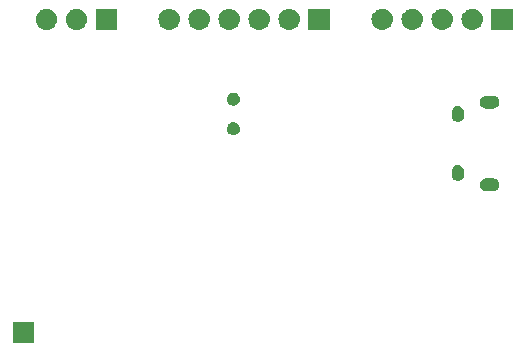
<source format=gbr>
%TF.GenerationSoftware,KiCad,Pcbnew,(6.0.0-rc1-dev-1248-ged6c68a1e)*%
%TF.CreationDate,2019-07-02T22:08:16-04:00*%
%TF.ProjectId,hummingbird,68756d6d-696e-4676-9269-72642e6b6963,rev?*%
%TF.SameCoordinates,Original*%
%TF.FileFunction,Soldermask,Bot*%
%TF.FilePolarity,Negative*%
%FSLAX46Y46*%
G04 Gerber Fmt 4.6, Leading zero omitted, Abs format (unit mm)*
G04 Created by KiCad (PCBNEW (6.0.0-rc1-dev-1248-ged6c68a1e)) date 07/02/19 22:08:16*
%MOMM*%
%LPD*%
G01*
G04 APERTURE LIST*
%ADD10C,0.100000*%
G04 APERTURE END LIST*
D10*
G36*
X131151000Y-165901000D02*
X129349000Y-165901000D01*
X129349000Y-164099000D01*
X131151000Y-164099000D01*
X131151000Y-165901000D01*
X131151000Y-165901000D01*
G37*
G36*
X170083015Y-151956973D02*
X170186879Y-151988479D01*
X170282600Y-152039644D01*
X170366501Y-152108499D01*
X170435356Y-152192400D01*
X170486521Y-152288121D01*
X170518027Y-152391985D01*
X170528666Y-152500000D01*
X170518027Y-152608015D01*
X170486521Y-152711879D01*
X170435356Y-152807600D01*
X170366501Y-152891501D01*
X170282600Y-152960356D01*
X170186879Y-153011521D01*
X170083015Y-153043027D01*
X170002067Y-153051000D01*
X169397933Y-153051000D01*
X169316985Y-153043027D01*
X169213121Y-153011521D01*
X169117400Y-152960356D01*
X169033499Y-152891501D01*
X168964644Y-152807600D01*
X168913479Y-152711879D01*
X168881973Y-152608015D01*
X168871334Y-152500000D01*
X168881973Y-152391985D01*
X168913479Y-152288121D01*
X168964644Y-152192400D01*
X169033499Y-152108499D01*
X169117400Y-152039644D01*
X169213121Y-151988479D01*
X169316985Y-151956973D01*
X169397933Y-151949000D01*
X170002067Y-151949000D01*
X170083015Y-151956973D01*
X170083015Y-151956973D01*
G37*
G36*
X167103113Y-150831611D02*
X167202264Y-150861688D01*
X167293644Y-150910531D01*
X167373738Y-150976262D01*
X167439469Y-151056356D01*
X167488312Y-151147735D01*
X167518389Y-151246886D01*
X167526000Y-151324161D01*
X167526000Y-151675838D01*
X167518389Y-151753113D01*
X167488312Y-151852264D01*
X167439469Y-151943644D01*
X167373738Y-152023738D01*
X167293644Y-152089469D01*
X167202265Y-152138312D01*
X167103114Y-152168389D01*
X167000000Y-152178545D01*
X166896887Y-152168389D01*
X166797736Y-152138312D01*
X166706357Y-152089469D01*
X166626263Y-152023738D01*
X166560532Y-151943644D01*
X166511689Y-151852265D01*
X166481611Y-151753114D01*
X166474000Y-151675839D01*
X166474000Y-151324162D01*
X166481611Y-151246887D01*
X166511688Y-151147736D01*
X166560531Y-151056356D01*
X166626262Y-150976262D01*
X166706356Y-150910531D01*
X166797735Y-150861688D01*
X166896886Y-150831611D01*
X167000000Y-150821455D01*
X167103113Y-150831611D01*
X167103113Y-150831611D01*
G37*
G36*
X148160721Y-147220174D02*
X148260995Y-147261709D01*
X148351245Y-147322012D01*
X148427988Y-147398755D01*
X148488291Y-147489005D01*
X148529826Y-147589279D01*
X148551000Y-147695730D01*
X148551000Y-147804270D01*
X148529826Y-147910721D01*
X148488291Y-148010995D01*
X148427988Y-148101245D01*
X148351245Y-148177988D01*
X148260995Y-148238291D01*
X148160721Y-148279826D01*
X148054270Y-148301000D01*
X147945730Y-148301000D01*
X147839279Y-148279826D01*
X147739005Y-148238291D01*
X147648755Y-148177988D01*
X147572012Y-148101245D01*
X147511709Y-148010995D01*
X147470174Y-147910721D01*
X147449000Y-147804270D01*
X147449000Y-147695730D01*
X147470174Y-147589279D01*
X147511709Y-147489005D01*
X147572012Y-147398755D01*
X147648755Y-147322012D01*
X147739005Y-147261709D01*
X147839279Y-147220174D01*
X147945730Y-147199000D01*
X148054270Y-147199000D01*
X148160721Y-147220174D01*
X148160721Y-147220174D01*
G37*
G36*
X167103113Y-145831611D02*
X167202264Y-145861688D01*
X167293644Y-145910531D01*
X167373738Y-145976262D01*
X167439469Y-146056356D01*
X167488312Y-146147735D01*
X167518389Y-146246886D01*
X167526000Y-146324161D01*
X167526000Y-146675838D01*
X167518389Y-146753113D01*
X167488312Y-146852264D01*
X167439469Y-146943644D01*
X167373738Y-147023738D01*
X167293644Y-147089469D01*
X167202265Y-147138312D01*
X167103114Y-147168389D01*
X167000000Y-147178545D01*
X166896887Y-147168389D01*
X166797736Y-147138312D01*
X166706357Y-147089469D01*
X166626263Y-147023738D01*
X166560532Y-146943644D01*
X166511689Y-146852265D01*
X166481611Y-146753114D01*
X166474000Y-146675839D01*
X166474000Y-146324162D01*
X166481611Y-146246887D01*
X166511688Y-146147736D01*
X166560531Y-146056356D01*
X166626262Y-145976262D01*
X166706356Y-145910531D01*
X166797735Y-145861688D01*
X166896886Y-145831611D01*
X167000000Y-145821455D01*
X167103113Y-145831611D01*
X167103113Y-145831611D01*
G37*
G36*
X170083015Y-144956973D02*
X170186879Y-144988479D01*
X170282600Y-145039644D01*
X170366501Y-145108499D01*
X170435356Y-145192400D01*
X170486521Y-145288121D01*
X170518027Y-145391985D01*
X170528666Y-145500000D01*
X170518027Y-145608015D01*
X170486521Y-145711879D01*
X170435356Y-145807600D01*
X170366501Y-145891501D01*
X170282600Y-145960356D01*
X170186879Y-146011521D01*
X170083015Y-146043027D01*
X170002067Y-146051000D01*
X169397933Y-146051000D01*
X169316985Y-146043027D01*
X169213121Y-146011521D01*
X169117400Y-145960356D01*
X169033499Y-145891501D01*
X168964644Y-145807600D01*
X168913479Y-145711879D01*
X168881973Y-145608015D01*
X168871334Y-145500000D01*
X168881973Y-145391985D01*
X168913479Y-145288121D01*
X168964644Y-145192400D01*
X169033499Y-145108499D01*
X169117400Y-145039644D01*
X169213121Y-144988479D01*
X169316985Y-144956973D01*
X169397933Y-144949000D01*
X170002067Y-144949000D01*
X170083015Y-144956973D01*
X170083015Y-144956973D01*
G37*
G36*
X148160721Y-144720174D02*
X148260995Y-144761709D01*
X148351245Y-144822012D01*
X148427988Y-144898755D01*
X148488291Y-144989005D01*
X148529826Y-145089279D01*
X148551000Y-145195730D01*
X148551000Y-145304270D01*
X148529826Y-145410721D01*
X148488291Y-145510995D01*
X148427988Y-145601245D01*
X148351245Y-145677988D01*
X148260995Y-145738291D01*
X148160721Y-145779826D01*
X148054270Y-145801000D01*
X147945730Y-145801000D01*
X147839279Y-145779826D01*
X147739005Y-145738291D01*
X147648755Y-145677988D01*
X147572012Y-145601245D01*
X147511709Y-145510995D01*
X147470174Y-145410721D01*
X147449000Y-145304270D01*
X147449000Y-145195730D01*
X147470174Y-145089279D01*
X147511709Y-144989005D01*
X147572012Y-144898755D01*
X147648755Y-144822012D01*
X147739005Y-144761709D01*
X147839279Y-144720174D01*
X147945730Y-144699000D01*
X148054270Y-144699000D01*
X148160721Y-144720174D01*
X148160721Y-144720174D01*
G37*
G36*
X138151000Y-139401000D02*
X136349000Y-139401000D01*
X136349000Y-137599000D01*
X138151000Y-137599000D01*
X138151000Y-139401000D01*
X138151000Y-139401000D01*
G37*
G36*
X134820443Y-137605519D02*
X134886627Y-137612037D01*
X134999853Y-137646384D01*
X135056467Y-137663557D01*
X135195087Y-137737652D01*
X135212991Y-137747222D01*
X135248729Y-137776552D01*
X135350186Y-137859814D01*
X135433448Y-137961271D01*
X135462778Y-137997009D01*
X135462779Y-137997011D01*
X135546443Y-138153533D01*
X135546443Y-138153534D01*
X135597963Y-138323373D01*
X135615359Y-138500000D01*
X135597963Y-138676627D01*
X135563616Y-138789853D01*
X135546443Y-138846467D01*
X135472348Y-138985087D01*
X135462778Y-139002991D01*
X135433448Y-139038729D01*
X135350186Y-139140186D01*
X135248729Y-139223448D01*
X135212991Y-139252778D01*
X135212989Y-139252779D01*
X135056467Y-139336443D01*
X134999853Y-139353616D01*
X134886627Y-139387963D01*
X134820442Y-139394482D01*
X134754260Y-139401000D01*
X134665740Y-139401000D01*
X134599558Y-139394482D01*
X134533373Y-139387963D01*
X134420147Y-139353616D01*
X134363533Y-139336443D01*
X134207011Y-139252779D01*
X134207009Y-139252778D01*
X134171271Y-139223448D01*
X134069814Y-139140186D01*
X133986552Y-139038729D01*
X133957222Y-139002991D01*
X133947652Y-138985087D01*
X133873557Y-138846467D01*
X133856384Y-138789853D01*
X133822037Y-138676627D01*
X133804641Y-138500000D01*
X133822037Y-138323373D01*
X133873557Y-138153534D01*
X133873557Y-138153533D01*
X133957221Y-137997011D01*
X133957222Y-137997009D01*
X133986552Y-137961271D01*
X134069814Y-137859814D01*
X134171271Y-137776552D01*
X134207009Y-137747222D01*
X134224913Y-137737652D01*
X134363533Y-137663557D01*
X134420147Y-137646384D01*
X134533373Y-137612037D01*
X134599557Y-137605519D01*
X134665740Y-137599000D01*
X134754260Y-137599000D01*
X134820443Y-137605519D01*
X134820443Y-137605519D01*
G37*
G36*
X132280443Y-137605519D02*
X132346627Y-137612037D01*
X132459853Y-137646384D01*
X132516467Y-137663557D01*
X132655087Y-137737652D01*
X132672991Y-137747222D01*
X132708729Y-137776552D01*
X132810186Y-137859814D01*
X132893448Y-137961271D01*
X132922778Y-137997009D01*
X132922779Y-137997011D01*
X133006443Y-138153533D01*
X133006443Y-138153534D01*
X133057963Y-138323373D01*
X133075359Y-138500000D01*
X133057963Y-138676627D01*
X133023616Y-138789853D01*
X133006443Y-138846467D01*
X132932348Y-138985087D01*
X132922778Y-139002991D01*
X132893448Y-139038729D01*
X132810186Y-139140186D01*
X132708729Y-139223448D01*
X132672991Y-139252778D01*
X132672989Y-139252779D01*
X132516467Y-139336443D01*
X132459853Y-139353616D01*
X132346627Y-139387963D01*
X132280442Y-139394482D01*
X132214260Y-139401000D01*
X132125740Y-139401000D01*
X132059558Y-139394482D01*
X131993373Y-139387963D01*
X131880147Y-139353616D01*
X131823533Y-139336443D01*
X131667011Y-139252779D01*
X131667009Y-139252778D01*
X131631271Y-139223448D01*
X131529814Y-139140186D01*
X131446552Y-139038729D01*
X131417222Y-139002991D01*
X131407652Y-138985087D01*
X131333557Y-138846467D01*
X131316384Y-138789853D01*
X131282037Y-138676627D01*
X131264641Y-138500000D01*
X131282037Y-138323373D01*
X131333557Y-138153534D01*
X131333557Y-138153533D01*
X131417221Y-137997011D01*
X131417222Y-137997009D01*
X131446552Y-137961271D01*
X131529814Y-137859814D01*
X131631271Y-137776552D01*
X131667009Y-137747222D01*
X131684913Y-137737652D01*
X131823533Y-137663557D01*
X131880147Y-137646384D01*
X131993373Y-137612037D01*
X132059557Y-137605519D01*
X132125740Y-137599000D01*
X132214260Y-137599000D01*
X132280443Y-137605519D01*
X132280443Y-137605519D01*
G37*
G36*
X156151000Y-139401000D02*
X154349000Y-139401000D01*
X154349000Y-137599000D01*
X156151000Y-137599000D01*
X156151000Y-139401000D01*
X156151000Y-139401000D01*
G37*
G36*
X152820443Y-137605519D02*
X152886627Y-137612037D01*
X152999853Y-137646384D01*
X153056467Y-137663557D01*
X153195087Y-137737652D01*
X153212991Y-137747222D01*
X153248729Y-137776552D01*
X153350186Y-137859814D01*
X153433448Y-137961271D01*
X153462778Y-137997009D01*
X153462779Y-137997011D01*
X153546443Y-138153533D01*
X153546443Y-138153534D01*
X153597963Y-138323373D01*
X153615359Y-138500000D01*
X153597963Y-138676627D01*
X153563616Y-138789853D01*
X153546443Y-138846467D01*
X153472348Y-138985087D01*
X153462778Y-139002991D01*
X153433448Y-139038729D01*
X153350186Y-139140186D01*
X153248729Y-139223448D01*
X153212991Y-139252778D01*
X153212989Y-139252779D01*
X153056467Y-139336443D01*
X152999853Y-139353616D01*
X152886627Y-139387963D01*
X152820442Y-139394482D01*
X152754260Y-139401000D01*
X152665740Y-139401000D01*
X152599558Y-139394482D01*
X152533373Y-139387963D01*
X152420147Y-139353616D01*
X152363533Y-139336443D01*
X152207011Y-139252779D01*
X152207009Y-139252778D01*
X152171271Y-139223448D01*
X152069814Y-139140186D01*
X151986552Y-139038729D01*
X151957222Y-139002991D01*
X151947652Y-138985087D01*
X151873557Y-138846467D01*
X151856384Y-138789853D01*
X151822037Y-138676627D01*
X151804641Y-138500000D01*
X151822037Y-138323373D01*
X151873557Y-138153534D01*
X151873557Y-138153533D01*
X151957221Y-137997011D01*
X151957222Y-137997009D01*
X151986552Y-137961271D01*
X152069814Y-137859814D01*
X152171271Y-137776552D01*
X152207009Y-137747222D01*
X152224913Y-137737652D01*
X152363533Y-137663557D01*
X152420147Y-137646384D01*
X152533373Y-137612037D01*
X152599557Y-137605519D01*
X152665740Y-137599000D01*
X152754260Y-137599000D01*
X152820443Y-137605519D01*
X152820443Y-137605519D01*
G37*
G36*
X150280443Y-137605519D02*
X150346627Y-137612037D01*
X150459853Y-137646384D01*
X150516467Y-137663557D01*
X150655087Y-137737652D01*
X150672991Y-137747222D01*
X150708729Y-137776552D01*
X150810186Y-137859814D01*
X150893448Y-137961271D01*
X150922778Y-137997009D01*
X150922779Y-137997011D01*
X151006443Y-138153533D01*
X151006443Y-138153534D01*
X151057963Y-138323373D01*
X151075359Y-138500000D01*
X151057963Y-138676627D01*
X151023616Y-138789853D01*
X151006443Y-138846467D01*
X150932348Y-138985087D01*
X150922778Y-139002991D01*
X150893448Y-139038729D01*
X150810186Y-139140186D01*
X150708729Y-139223448D01*
X150672991Y-139252778D01*
X150672989Y-139252779D01*
X150516467Y-139336443D01*
X150459853Y-139353616D01*
X150346627Y-139387963D01*
X150280442Y-139394482D01*
X150214260Y-139401000D01*
X150125740Y-139401000D01*
X150059558Y-139394482D01*
X149993373Y-139387963D01*
X149880147Y-139353616D01*
X149823533Y-139336443D01*
X149667011Y-139252779D01*
X149667009Y-139252778D01*
X149631271Y-139223448D01*
X149529814Y-139140186D01*
X149446552Y-139038729D01*
X149417222Y-139002991D01*
X149407652Y-138985087D01*
X149333557Y-138846467D01*
X149316384Y-138789853D01*
X149282037Y-138676627D01*
X149264641Y-138500000D01*
X149282037Y-138323373D01*
X149333557Y-138153534D01*
X149333557Y-138153533D01*
X149417221Y-137997011D01*
X149417222Y-137997009D01*
X149446552Y-137961271D01*
X149529814Y-137859814D01*
X149631271Y-137776552D01*
X149667009Y-137747222D01*
X149684913Y-137737652D01*
X149823533Y-137663557D01*
X149880147Y-137646384D01*
X149993373Y-137612037D01*
X150059557Y-137605519D01*
X150125740Y-137599000D01*
X150214260Y-137599000D01*
X150280443Y-137605519D01*
X150280443Y-137605519D01*
G37*
G36*
X147740443Y-137605519D02*
X147806627Y-137612037D01*
X147919853Y-137646384D01*
X147976467Y-137663557D01*
X148115087Y-137737652D01*
X148132991Y-137747222D01*
X148168729Y-137776552D01*
X148270186Y-137859814D01*
X148353448Y-137961271D01*
X148382778Y-137997009D01*
X148382779Y-137997011D01*
X148466443Y-138153533D01*
X148466443Y-138153534D01*
X148517963Y-138323373D01*
X148535359Y-138500000D01*
X148517963Y-138676627D01*
X148483616Y-138789853D01*
X148466443Y-138846467D01*
X148392348Y-138985087D01*
X148382778Y-139002991D01*
X148353448Y-139038729D01*
X148270186Y-139140186D01*
X148168729Y-139223448D01*
X148132991Y-139252778D01*
X148132989Y-139252779D01*
X147976467Y-139336443D01*
X147919853Y-139353616D01*
X147806627Y-139387963D01*
X147740442Y-139394482D01*
X147674260Y-139401000D01*
X147585740Y-139401000D01*
X147519558Y-139394482D01*
X147453373Y-139387963D01*
X147340147Y-139353616D01*
X147283533Y-139336443D01*
X147127011Y-139252779D01*
X147127009Y-139252778D01*
X147091271Y-139223448D01*
X146989814Y-139140186D01*
X146906552Y-139038729D01*
X146877222Y-139002991D01*
X146867652Y-138985087D01*
X146793557Y-138846467D01*
X146776384Y-138789853D01*
X146742037Y-138676627D01*
X146724641Y-138500000D01*
X146742037Y-138323373D01*
X146793557Y-138153534D01*
X146793557Y-138153533D01*
X146877221Y-137997011D01*
X146877222Y-137997009D01*
X146906552Y-137961271D01*
X146989814Y-137859814D01*
X147091271Y-137776552D01*
X147127009Y-137747222D01*
X147144913Y-137737652D01*
X147283533Y-137663557D01*
X147340147Y-137646384D01*
X147453373Y-137612037D01*
X147519557Y-137605519D01*
X147585740Y-137599000D01*
X147674260Y-137599000D01*
X147740443Y-137605519D01*
X147740443Y-137605519D01*
G37*
G36*
X145200443Y-137605519D02*
X145266627Y-137612037D01*
X145379853Y-137646384D01*
X145436467Y-137663557D01*
X145575087Y-137737652D01*
X145592991Y-137747222D01*
X145628729Y-137776552D01*
X145730186Y-137859814D01*
X145813448Y-137961271D01*
X145842778Y-137997009D01*
X145842779Y-137997011D01*
X145926443Y-138153533D01*
X145926443Y-138153534D01*
X145977963Y-138323373D01*
X145995359Y-138500000D01*
X145977963Y-138676627D01*
X145943616Y-138789853D01*
X145926443Y-138846467D01*
X145852348Y-138985087D01*
X145842778Y-139002991D01*
X145813448Y-139038729D01*
X145730186Y-139140186D01*
X145628729Y-139223448D01*
X145592991Y-139252778D01*
X145592989Y-139252779D01*
X145436467Y-139336443D01*
X145379853Y-139353616D01*
X145266627Y-139387963D01*
X145200442Y-139394482D01*
X145134260Y-139401000D01*
X145045740Y-139401000D01*
X144979558Y-139394482D01*
X144913373Y-139387963D01*
X144800147Y-139353616D01*
X144743533Y-139336443D01*
X144587011Y-139252779D01*
X144587009Y-139252778D01*
X144551271Y-139223448D01*
X144449814Y-139140186D01*
X144366552Y-139038729D01*
X144337222Y-139002991D01*
X144327652Y-138985087D01*
X144253557Y-138846467D01*
X144236384Y-138789853D01*
X144202037Y-138676627D01*
X144184641Y-138500000D01*
X144202037Y-138323373D01*
X144253557Y-138153534D01*
X144253557Y-138153533D01*
X144337221Y-137997011D01*
X144337222Y-137997009D01*
X144366552Y-137961271D01*
X144449814Y-137859814D01*
X144551271Y-137776552D01*
X144587009Y-137747222D01*
X144604913Y-137737652D01*
X144743533Y-137663557D01*
X144800147Y-137646384D01*
X144913373Y-137612037D01*
X144979557Y-137605519D01*
X145045740Y-137599000D01*
X145134260Y-137599000D01*
X145200443Y-137605519D01*
X145200443Y-137605519D01*
G37*
G36*
X142660443Y-137605519D02*
X142726627Y-137612037D01*
X142839853Y-137646384D01*
X142896467Y-137663557D01*
X143035087Y-137737652D01*
X143052991Y-137747222D01*
X143088729Y-137776552D01*
X143190186Y-137859814D01*
X143273448Y-137961271D01*
X143302778Y-137997009D01*
X143302779Y-137997011D01*
X143386443Y-138153533D01*
X143386443Y-138153534D01*
X143437963Y-138323373D01*
X143455359Y-138500000D01*
X143437963Y-138676627D01*
X143403616Y-138789853D01*
X143386443Y-138846467D01*
X143312348Y-138985087D01*
X143302778Y-139002991D01*
X143273448Y-139038729D01*
X143190186Y-139140186D01*
X143088729Y-139223448D01*
X143052991Y-139252778D01*
X143052989Y-139252779D01*
X142896467Y-139336443D01*
X142839853Y-139353616D01*
X142726627Y-139387963D01*
X142660442Y-139394482D01*
X142594260Y-139401000D01*
X142505740Y-139401000D01*
X142439558Y-139394482D01*
X142373373Y-139387963D01*
X142260147Y-139353616D01*
X142203533Y-139336443D01*
X142047011Y-139252779D01*
X142047009Y-139252778D01*
X142011271Y-139223448D01*
X141909814Y-139140186D01*
X141826552Y-139038729D01*
X141797222Y-139002991D01*
X141787652Y-138985087D01*
X141713557Y-138846467D01*
X141696384Y-138789853D01*
X141662037Y-138676627D01*
X141644641Y-138500000D01*
X141662037Y-138323373D01*
X141713557Y-138153534D01*
X141713557Y-138153533D01*
X141797221Y-137997011D01*
X141797222Y-137997009D01*
X141826552Y-137961271D01*
X141909814Y-137859814D01*
X142011271Y-137776552D01*
X142047009Y-137747222D01*
X142064913Y-137737652D01*
X142203533Y-137663557D01*
X142260147Y-137646384D01*
X142373373Y-137612037D01*
X142439557Y-137605519D01*
X142505740Y-137599000D01*
X142594260Y-137599000D01*
X142660443Y-137605519D01*
X142660443Y-137605519D01*
G37*
G36*
X163240443Y-137605519D02*
X163306627Y-137612037D01*
X163419853Y-137646384D01*
X163476467Y-137663557D01*
X163615087Y-137737652D01*
X163632991Y-137747222D01*
X163668729Y-137776552D01*
X163770186Y-137859814D01*
X163853448Y-137961271D01*
X163882778Y-137997009D01*
X163882779Y-137997011D01*
X163966443Y-138153533D01*
X163966443Y-138153534D01*
X164017963Y-138323373D01*
X164035359Y-138500000D01*
X164017963Y-138676627D01*
X163983616Y-138789853D01*
X163966443Y-138846467D01*
X163892348Y-138985087D01*
X163882778Y-139002991D01*
X163853448Y-139038729D01*
X163770186Y-139140186D01*
X163668729Y-139223448D01*
X163632991Y-139252778D01*
X163632989Y-139252779D01*
X163476467Y-139336443D01*
X163419853Y-139353616D01*
X163306627Y-139387963D01*
X163240442Y-139394482D01*
X163174260Y-139401000D01*
X163085740Y-139401000D01*
X163019558Y-139394482D01*
X162953373Y-139387963D01*
X162840147Y-139353616D01*
X162783533Y-139336443D01*
X162627011Y-139252779D01*
X162627009Y-139252778D01*
X162591271Y-139223448D01*
X162489814Y-139140186D01*
X162406552Y-139038729D01*
X162377222Y-139002991D01*
X162367652Y-138985087D01*
X162293557Y-138846467D01*
X162276384Y-138789853D01*
X162242037Y-138676627D01*
X162224641Y-138500000D01*
X162242037Y-138323373D01*
X162293557Y-138153534D01*
X162293557Y-138153533D01*
X162377221Y-137997011D01*
X162377222Y-137997009D01*
X162406552Y-137961271D01*
X162489814Y-137859814D01*
X162591271Y-137776552D01*
X162627009Y-137747222D01*
X162644913Y-137737652D01*
X162783533Y-137663557D01*
X162840147Y-137646384D01*
X162953373Y-137612037D01*
X163019557Y-137605519D01*
X163085740Y-137599000D01*
X163174260Y-137599000D01*
X163240443Y-137605519D01*
X163240443Y-137605519D01*
G37*
G36*
X160700443Y-137605519D02*
X160766627Y-137612037D01*
X160879853Y-137646384D01*
X160936467Y-137663557D01*
X161075087Y-137737652D01*
X161092991Y-137747222D01*
X161128729Y-137776552D01*
X161230186Y-137859814D01*
X161313448Y-137961271D01*
X161342778Y-137997009D01*
X161342779Y-137997011D01*
X161426443Y-138153533D01*
X161426443Y-138153534D01*
X161477963Y-138323373D01*
X161495359Y-138500000D01*
X161477963Y-138676627D01*
X161443616Y-138789853D01*
X161426443Y-138846467D01*
X161352348Y-138985087D01*
X161342778Y-139002991D01*
X161313448Y-139038729D01*
X161230186Y-139140186D01*
X161128729Y-139223448D01*
X161092991Y-139252778D01*
X161092989Y-139252779D01*
X160936467Y-139336443D01*
X160879853Y-139353616D01*
X160766627Y-139387963D01*
X160700442Y-139394482D01*
X160634260Y-139401000D01*
X160545740Y-139401000D01*
X160479558Y-139394482D01*
X160413373Y-139387963D01*
X160300147Y-139353616D01*
X160243533Y-139336443D01*
X160087011Y-139252779D01*
X160087009Y-139252778D01*
X160051271Y-139223448D01*
X159949814Y-139140186D01*
X159866552Y-139038729D01*
X159837222Y-139002991D01*
X159827652Y-138985087D01*
X159753557Y-138846467D01*
X159736384Y-138789853D01*
X159702037Y-138676627D01*
X159684641Y-138500000D01*
X159702037Y-138323373D01*
X159753557Y-138153534D01*
X159753557Y-138153533D01*
X159837221Y-137997011D01*
X159837222Y-137997009D01*
X159866552Y-137961271D01*
X159949814Y-137859814D01*
X160051271Y-137776552D01*
X160087009Y-137747222D01*
X160104913Y-137737652D01*
X160243533Y-137663557D01*
X160300147Y-137646384D01*
X160413373Y-137612037D01*
X160479557Y-137605519D01*
X160545740Y-137599000D01*
X160634260Y-137599000D01*
X160700443Y-137605519D01*
X160700443Y-137605519D01*
G37*
G36*
X168320443Y-137605519D02*
X168386627Y-137612037D01*
X168499853Y-137646384D01*
X168556467Y-137663557D01*
X168695087Y-137737652D01*
X168712991Y-137747222D01*
X168748729Y-137776552D01*
X168850186Y-137859814D01*
X168933448Y-137961271D01*
X168962778Y-137997009D01*
X168962779Y-137997011D01*
X169046443Y-138153533D01*
X169046443Y-138153534D01*
X169097963Y-138323373D01*
X169115359Y-138500000D01*
X169097963Y-138676627D01*
X169063616Y-138789853D01*
X169046443Y-138846467D01*
X168972348Y-138985087D01*
X168962778Y-139002991D01*
X168933448Y-139038729D01*
X168850186Y-139140186D01*
X168748729Y-139223448D01*
X168712991Y-139252778D01*
X168712989Y-139252779D01*
X168556467Y-139336443D01*
X168499853Y-139353616D01*
X168386627Y-139387963D01*
X168320442Y-139394482D01*
X168254260Y-139401000D01*
X168165740Y-139401000D01*
X168099558Y-139394482D01*
X168033373Y-139387963D01*
X167920147Y-139353616D01*
X167863533Y-139336443D01*
X167707011Y-139252779D01*
X167707009Y-139252778D01*
X167671271Y-139223448D01*
X167569814Y-139140186D01*
X167486552Y-139038729D01*
X167457222Y-139002991D01*
X167447652Y-138985087D01*
X167373557Y-138846467D01*
X167356384Y-138789853D01*
X167322037Y-138676627D01*
X167304641Y-138500000D01*
X167322037Y-138323373D01*
X167373557Y-138153534D01*
X167373557Y-138153533D01*
X167457221Y-137997011D01*
X167457222Y-137997009D01*
X167486552Y-137961271D01*
X167569814Y-137859814D01*
X167671271Y-137776552D01*
X167707009Y-137747222D01*
X167724913Y-137737652D01*
X167863533Y-137663557D01*
X167920147Y-137646384D01*
X168033373Y-137612037D01*
X168099557Y-137605519D01*
X168165740Y-137599000D01*
X168254260Y-137599000D01*
X168320443Y-137605519D01*
X168320443Y-137605519D01*
G37*
G36*
X171651000Y-139401000D02*
X169849000Y-139401000D01*
X169849000Y-137599000D01*
X171651000Y-137599000D01*
X171651000Y-139401000D01*
X171651000Y-139401000D01*
G37*
G36*
X165780443Y-137605519D02*
X165846627Y-137612037D01*
X165959853Y-137646384D01*
X166016467Y-137663557D01*
X166155087Y-137737652D01*
X166172991Y-137747222D01*
X166208729Y-137776552D01*
X166310186Y-137859814D01*
X166393448Y-137961271D01*
X166422778Y-137997009D01*
X166422779Y-137997011D01*
X166506443Y-138153533D01*
X166506443Y-138153534D01*
X166557963Y-138323373D01*
X166575359Y-138500000D01*
X166557963Y-138676627D01*
X166523616Y-138789853D01*
X166506443Y-138846467D01*
X166432348Y-138985087D01*
X166422778Y-139002991D01*
X166393448Y-139038729D01*
X166310186Y-139140186D01*
X166208729Y-139223448D01*
X166172991Y-139252778D01*
X166172989Y-139252779D01*
X166016467Y-139336443D01*
X165959853Y-139353616D01*
X165846627Y-139387963D01*
X165780442Y-139394482D01*
X165714260Y-139401000D01*
X165625740Y-139401000D01*
X165559558Y-139394482D01*
X165493373Y-139387963D01*
X165380147Y-139353616D01*
X165323533Y-139336443D01*
X165167011Y-139252779D01*
X165167009Y-139252778D01*
X165131271Y-139223448D01*
X165029814Y-139140186D01*
X164946552Y-139038729D01*
X164917222Y-139002991D01*
X164907652Y-138985087D01*
X164833557Y-138846467D01*
X164816384Y-138789853D01*
X164782037Y-138676627D01*
X164764641Y-138500000D01*
X164782037Y-138323373D01*
X164833557Y-138153534D01*
X164833557Y-138153533D01*
X164917221Y-137997011D01*
X164917222Y-137997009D01*
X164946552Y-137961271D01*
X165029814Y-137859814D01*
X165131271Y-137776552D01*
X165167009Y-137747222D01*
X165184913Y-137737652D01*
X165323533Y-137663557D01*
X165380147Y-137646384D01*
X165493373Y-137612037D01*
X165559557Y-137605519D01*
X165625740Y-137599000D01*
X165714260Y-137599000D01*
X165780443Y-137605519D01*
X165780443Y-137605519D01*
G37*
M02*

</source>
